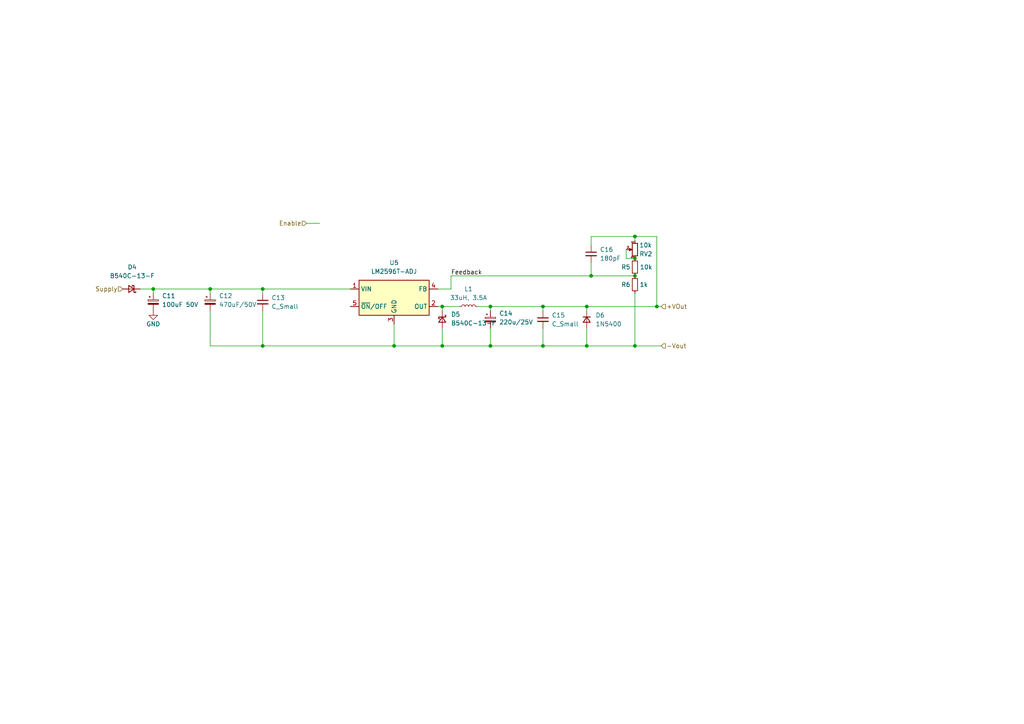
<source format=kicad_sch>
(kicad_sch (version 20230121) (generator eeschema)
  (paper "A4")
  (lib_symbols
    (symbol "Device:C_Polarized_Small" (pin_numbers hide) (pin_names (offset 0.254) hide)
      (property "Reference" "C" (at 0.254 1.778 0))
      (property "Value" "C_Polarized_Small" (at 0.254 -2.032 0))
      (symbol "C_Polarized_Small_0_1"
        (rectangle (start -1.524 -0.3048) (end 1.524 -0.6858) (fill (type outline)))
        (rectangle (start -1.524 0.6858) (end 1.524 0.3048))
        (polyline (pts (xy -1.27 1.524) (xy -0.762 1.524)))
        (polyline (pts (xy -1.016 1.27) (xy -1.016 1.778)))
      )
      (symbol "C_Polarized_Small_1_1"
        (pin passive line (at 0 2.54 270) (length 1.8542) (name "~") (number "1"))
        (pin passive line (at 0 -2.54 90) (length 1.8542) (name "~") (number "2"))
      )
    )
    (symbol "Device:C_Small" (pin_numbers hide) (pin_names (offset 0.254) hide)
      (property "Reference" "C" (at 0.254 1.778 0))
      (property "Value" "C_Small" (at 0.254 -2.032 0))
      (symbol "C_Small_0_1"
        (polyline (pts (xy -1.524 -0.508) (xy 1.524 -0.508)) (stroke (width 0.3302)))
        (polyline (pts (xy -1.524 0.508) (xy 1.524 0.508)) (stroke (width 0.3048)))
      )
      (symbol "C_Small_1_1"
        (pin passive line (at 0 2.54 270) (length 2.032) (name "~") (number "1"))
        (pin passive line (at 0 -2.54 90) (length 2.032) (name "~") (number "2"))
      )
    )
    (symbol "Device:D_Schottky_Small" (pin_numbers hide) (pin_names (offset 0.254) hide)
      (property "Reference" "D" (at -1.27 2.032 0))
      (property "Value" "D_Schottky_Small" (at -7.112 -2.032 0))
      (symbol "D_Schottky_Small_0_1"
        (polyline (pts (xy -0.762 0) (xy 0.762 0)))
        (polyline (pts (xy 0.762 -1.016) (xy -0.762 0) (xy 0.762 1.016) (xy 0.762 -1.016)) (stroke (width 0.254)))
        (polyline (pts (xy -1.27 0.762) (xy -1.27 1.016) (xy -0.762 1.016) (xy -0.762 -1.016) (xy -0.254 -1.016) (xy -0.254 -0.762)) (stroke (width 0.254)))
      )
      (symbol "D_Schottky_Small_1_1"
        (pin passive line (at -2.54 0 0) (length 1.778) (name "K") (number "1"))
        (pin passive line (at 2.54 0 180) (length 1.778) (name "A") (number "2"))
      )
    )
    (symbol "Device:D_Small" (pin_numbers hide) (pin_names (offset 0.254) hide)
      (property "Reference" "D" (at -1.27 2.032 0))
      (property "Value" "D_Small" (at -3.81 -2.032 0))
      (symbol "D_Small_0_1"
        (polyline (pts (xy -0.762 -1.016) (xy -0.762 1.016)) (stroke (width 0.254)))
        (polyline (pts (xy -0.762 0) (xy 0.762 0)))
        (polyline (pts (xy 0.762 -1.016) (xy -0.762 0) (xy 0.762 1.016) (xy 0.762 -1.016)) (stroke (width 0.254)))
      )
      (symbol "D_Small_1_1"
        (pin passive line (at -2.54 0 0) (length 1.778) (name "K") (number "1"))
        (pin passive line (at 2.54 0 180) (length 1.778) (name "A") (number "2"))
      )
    )
    (symbol "Device:L_Small" (pin_numbers hide) (pin_names (offset 0.254) hide)
      (property "Reference" "L" (at 0.762 1.016 0))
      (property "Value" "L_Small" (at 0.762 -1.016 0))
      (symbol "L_Small_0_1"
        (arc (start 0 -2.032) (mid 0.5058 -1.524) (end 0 -1.016))
        (arc (start 0 -1.016) (mid 0.5058 -0.508) (end 0 0))
        (arc (start 0 0) (mid 0.5058 0.508) (end 0 1.016))
        (arc (start 0 1.016) (mid 0.5058 1.524) (end 0 2.032))
      )
      (symbol "L_Small_1_1"
        (pin passive line (at 0 2.54 270) (length 0.508) (name "~") (number "1"))
        (pin passive line (at 0 -2.54 90) (length 0.508) (name "~") (number "2"))
      )
    )
    (symbol "Device:R_Potentiometer_Small" (pin_names (offset 1.016) hide)
      (property "Reference" "RV" (at -4.445 0 90))
      (property "Value" "R_Potentiometer_Small" (at -2.54 0 90))
      (symbol "R_Potentiometer_Small_0_1"
        (polyline (pts (xy 0.889 0) (xy 0.635 0) (xy 1.651 0.381) (xy 1.651 -0.381) (xy 0.635 0) (xy 0.889 0)) (fill (type outline)))
        (rectangle (start 0.762 1.8034) (end -0.762 -1.8034) (stroke (width 0.254)))
      )
      (symbol "R_Potentiometer_Small_1_1"
        (pin passive line (at 0 2.54 270) (length 0.635) (name "1") (number "1"))
        (pin passive line (at 2.54 0 180) (length 0.9906) (name "2") (number "2"))
        (pin passive line (at 0 -2.54 90) (length 0.635) (name "3") (number "3"))
      )
    )
    (symbol "Device:R_Small" (pin_numbers hide) (pin_names (offset 0.254) hide)
      (property "Reference" "R" (at 0.762 0.508 0))
      (property "Value" "R_Small" (at 0.762 -1.016 0))
      (symbol "R_Small_0_1"
        (rectangle (start -0.762 1.778) (end 0.762 -1.778) (stroke (width 0.2032)))
      )
      (symbol "R_Small_1_1"
        (pin passive line (at 0 2.54 270) (length 0.762) (name "~") (number "1"))
        (pin passive line (at 0 -2.54 90) (length 0.762) (name "~") (number "2"))
      )
    )
    (symbol "Regulator_Switching:LM2596T-ADJ"
      (property "Reference" "U" (at -10.16 6.35 0))
      (property "Value" "LM2596T-ADJ" (at 0 6.35 0))
      (symbol "LM2596T-ADJ_0_1"
        (rectangle (start -10.16 5.08) (end 10.16 -5.08) (stroke (width 0.254)) (fill (type background)))
      )
      (symbol "LM2596T-ADJ_1_1"
        (pin power_in line (at -12.7 2.54 0) (length 2.54) (name "VIN") (number "1"))
        (pin output line (at 12.7 -2.54 180) (length 2.54) (name "OUT") (number "2"))
        (pin power_in line (at 0 -7.62 90) (length 2.54) (name "GND") (number "3"))
        (pin input line (at 12.7 2.54 180) (length 2.54) (name "FB") (number "4"))
        (pin input line (at -12.7 -2.54 0) (length 2.54) (name "~{ON}/OFF") (number "5"))
      )
    )
    (symbol "power:GND" (power) (pin_names (offset 0))
      (property "Value" "GND" (at 0 -3.81 0))
      (symbol "GND_0_1"
        (polyline (pts (xy 0 0) (xy 0 -1.27) (xy 1.27 -1.27) (xy 0 -2.54) (xy -1.27 -1.27) (xy 0 -1.27)))
      )
      (symbol "GND_1_1"
        (pin power_in line (at 0 0 270) (length 0) hide (name "GND") (number "1"))
      )
    )
  )
  (junction (at 128.27 88.9))
  (junction (at 184.15 80.01))
  (junction (at 157.48 100.33))
  (junction (at 76.2 100.33))
  (junction (at 184.15 100.33))
  (junction (at 171.45 80.01))
  (junction (at 157.48 88.9))
  (junction (at 184.15 68.58))
  (junction (at 170.18 88.9))
  (junction (at 142.24 100.33))
  (junction (at 76.2 83.82))
  (junction (at 190.5 88.9))
  (junction (at 184.15 74.93))
  (junction (at 44.45 83.82))
  (junction (at 128.27 100.33))
  (junction (at 114.3 100.33))
  (junction (at 60.96 83.82))
  (junction (at 142.24 88.9))
  (junction (at 170.18 100.33))
  (wire (pts (xy 128.27 100.33) (xy 142.24 100.33)))
  (wire (pts (xy 60.96 100.33) (xy 76.2 100.33)))
  (wire (pts (xy 171.45 68.58) (xy 184.15 68.58)))
  (wire (pts (xy 157.48 95.25) (xy 157.48 100.33)))
  (wire (pts (xy 170.18 100.33) (xy 184.15 100.33)))
  (wire (pts (xy 142.24 100.33) (xy 142.24 95.25)))
  (wire (pts (xy 127 88.9) (xy 128.27 88.9)))
  (wire (pts (xy 157.48 100.33) (xy 170.18 100.33)))
  (wire (pts (xy 76.2 83.82) (xy 101.6 83.82)))
  (wire (pts (xy 184.15 100.33) (xy 191.77 100.33)))
  (wire (pts (xy 170.18 88.9) (xy 190.5 88.9)))
  (wire (pts (xy 190.5 88.9) (xy 191.77 88.9)))
  (wire (pts (xy 60.96 90.17) (xy 60.96 100.33)))
  (wire (pts (xy 114.3 100.33) (xy 114.3 93.98)))
  (wire (pts (xy 142.24 88.9) (xy 142.24 90.17)))
  (wire (pts (xy 76.2 83.82) (xy 76.2 85.09)))
  (wire (pts (xy 157.48 88.9) (xy 170.18 88.9)))
  (wire (pts (xy 88.9 64.77) (xy 92.71 64.77)))
  (wire (pts (xy 130.81 83.82) (xy 127 83.82)))
  (wire (pts (xy 76.2 90.17) (xy 76.2 100.33)))
  (wire (pts (xy 44.45 83.82) (xy 44.45 85.09)))
  (wire (pts (xy 76.2 100.33) (xy 114.3 100.33)))
  (wire (pts (xy 114.3 100.33) (xy 128.27 100.33)))
  (wire (pts (xy 60.96 83.82) (xy 60.96 85.09)))
  (wire (pts (xy 40.64 83.82) (xy 44.45 83.82)))
  (wire (pts (xy 184.15 80.01) (xy 171.45 80.01)))
  (wire (pts (xy 142.24 88.9) (xy 157.48 88.9)))
  (wire (pts (xy 142.24 100.33) (xy 157.48 100.33)))
  (wire (pts (xy 184.15 69.85) (xy 184.15 68.58)))
  (wire (pts (xy 171.45 80.01) (xy 130.81 80.01)))
  (wire (pts (xy 130.81 80.01) (xy 130.81 83.82)))
  (wire (pts (xy 60.96 83.82) (xy 76.2 83.82)))
  (wire (pts (xy 128.27 88.9) (xy 133.35 88.9)))
  (wire (pts (xy 170.18 95.25) (xy 170.18 100.33)))
  (wire (pts (xy 138.43 88.9) (xy 142.24 88.9)))
  (wire (pts (xy 184.15 74.93) (xy 181.61 74.93)))
  (wire (pts (xy 171.45 76.2) (xy 171.45 80.01)))
  (wire (pts (xy 171.45 71.12) (xy 171.45 68.58)))
  (wire (pts (xy 128.27 100.33) (xy 128.27 95.25)))
  (wire (pts (xy 128.27 88.9) (xy 128.27 90.17)))
  (wire (pts (xy 181.61 74.93) (xy 181.61 72.39)))
  (wire (pts (xy 190.5 68.58) (xy 190.5 88.9)))
  (wire (pts (xy 170.18 88.9) (xy 170.18 90.17)))
  (wire (pts (xy 44.45 83.82) (xy 60.96 83.82)))
  (wire (pts (xy 184.15 68.58) (xy 190.5 68.58)))
  (wire (pts (xy 157.48 88.9) (xy 157.48 90.17)))
  (wire (pts (xy 184.15 85.09) (xy 184.15 100.33)))
  (label "Feedback" (at 130.81 80.01 0))
  (hierarchical_label "+VOut" (shape input) (at 191.77 88.9 0))
  (hierarchical_label "Enable" (shape input) (at 88.9 64.77 180))
  (hierarchical_label "Supply" (shape input) (at 35.56 83.82 180))
  (hierarchical_label "-Vout" (shape input) (at 191.77 100.33 0))
  (symbol (lib_id "Device:C_Polarized_Small") (at 142.24 92.71 0) (unit 1)
    (property "Reference" "C14" (at 144.78 90.8938 0) (effects (justify left)))
    (property "Value" "220u/25V" (at 144.78 93.4338 0) (effects (justify left)))
    (property "Footprint" "Capacitor_THT:CP_Radial_D6.3mm_P2.50mm" (effects hide))
    (property "P/N" "860010473011" (effects hide))
  )
  (symbol (lib_id "Regulator_Switching:LM2596T-ADJ") (at 114.3 86.36 0) (unit 1)
    (property "Reference" "U5" (at 114.3 76.2 0))
    (property "Value" "LM2596T-ADJ" (at 114.3 78.74 0))
    (property "Footprint" "Package_TO_SOT_THT:TO-220-5_P3.4x3.7mm_StaggerOdd_Lead3.8mm_Vertical" (effects hide))
    (property "Datasheet" "http://www.ti.com/lit/ds/symlink/lm2596.pdf" (effects hide))
  )
  (symbol (lib_id "Device:R_Small") (at 184.15 82.55 180) (unit 1)
    (property "Reference" "R6" (at 182.88 82.55 0) (effects (justify left)))
    (property "Value" "1k" (at 187.96 82.55 0) (effects (justify left)))
    (property "Footprint" "Resistor_SMD:R_0805_2012Metric_Pad1.20x1.40mm_HandSolder" (effects hide))
  )
  (symbol (lib_id "Device:C_Polarized_Small") (at 60.96 87.63 0) (unit 1)
    (property "Reference" "C12" (at 63.5 85.8138 0) (effects (justify left)))
    (property "Value" "470uF/50V" (at 63.5 88.3538 0) (effects (justify left)))
    (property "Footprint" "Capacitor_THT:CP_Radial_D12.5mm_P5.00mm" (effects hide))
    (property "P/N" "UBT1H471MHD1TO" (effects hide))
  )
  (symbol (lib_id "Device:D_Schottky_Small") (at 38.1 83.82 180) (unit 1)
    (property "Reference" "D4" (at 38.354 77.47 0))
    (property "Value" "B540C-13-F" (at 38.354 80.01 0))
    (property "Footprint" "Diode_SMD:D_SMC" (effects hide))
  )
  (symbol (lib_id "Device:R_Small") (at 184.15 77.47 180) (unit 1)
    (property "Reference" "R5" (at 182.88 77.47 0) (effects (justify left)))
    (property "Value" "10k" (at 189.23 77.47 0) (effects (justify left)))
    (property "Footprint" "Resistor_SMD:R_0805_2012Metric_Pad1.20x1.40mm_HandSolder" (effects hide))
  )
  (symbol (lib_id "Device:C_Small") (at 171.45 73.66 0) (unit 1)
    (property "Reference" "C16" (at 173.99 72.3962 0) (effects (justify left)))
    (property "Value" "180pF" (at 173.99 74.9362 0) (effects (justify left)))
    (property "Footprint" "Capacitor_SMD:C_0805_2012Metric_Pad1.18x1.45mm_HandSolder" (effects hide))
  )
  (symbol (lib_id "Device:L_Small") (at 135.89 88.9 90) (unit 1)
    (property "Reference" "L1" (at 135.89 83.82 90))
    (property "Value" "33uH, 3.5A" (at 135.89 86.36 90))
    (property "Footprint" "Inductor_SMD:L_Bourns_SRR1260" (effects hide))
    (property "P/N" "SRR1280A-330M" (effects hide))
  )
  (symbol (lib_id "Device:C_Small") (at 157.48 92.71 0) (unit 1)
    (property "Reference" "C15" (at 160.02 91.4462 0) (effects (justify left)))
    (property "Value" "C_Small" (at 160.02 93.9862 0) (effects (justify left)))
    (property "Footprint" "Capacitor_SMD:C_0805_2012Metric_Pad1.18x1.45mm_HandSolder" (effects hide))
  )
  (symbol (lib_id "Device:C_Small") (at 76.2 87.63 0) (unit 1)
    (property "Reference" "C13" (at 78.74 86.3662 0) (effects (justify left)))
    (property "Value" "C_Small" (at 78.74 88.9062 0) (effects (justify left)))
    (property "Footprint" "Capacitor_SMD:C_0805_2012Metric_Pad1.18x1.45mm_HandSolder" (effects hide))
  )
  (symbol (lib_id "Device:D_Schottky_Small") (at 128.27 92.71 270) (unit 1)
    (property "Reference" "D5" (at 130.81 91.1859 90) (effects (justify left)))
    (property "Value" "B540C-13-F" (at 130.81 93.7259 90) (effects (justify left)))
    (property "Footprint" "Diode_SMD:D_SMC" (effects hide))
  )
  (symbol (lib_id "Device:R_Potentiometer_Small") (at 184.15 72.39 0) (mirror y) (unit 1)
    (property "Reference" "RV2" (at 185.42 73.66 0) (effects (justify right)))
    (property "Value" "10k" (at 185.42 71.12 0) (effects (justify right)))
    (property "Footprint" "Potentiometer_SMD:Potentiometer_Vishay_TS53YJ_Vertical" (effects hide))
    (property "P/N" "TS53YJ103MR10" (effects hide))
  )
  (symbol (lib_id "power:GND") (at 44.45 90.17 0) (unit 1)
    (property "Reference" "#PWR028" (effects hide))
    (property "Value" "GND" (at 44.45 93.98 0))
  )
  (symbol (lib_id "Device:C_Polarized_Small") (at 44.45 87.63 0) (unit 1)
    (property "Reference" "C11" (at 46.99 85.8138 0) (effects (justify left)))
    (property "Value" "100uF 50V" (at 46.99 88.3538 0) (effects (justify left)))
    (property "Footprint" "Capacitor_THT:CP_Radial_D8.0mm_P3.50mm" (effects hide))
    (property "P/N" "860010674014" (effects hide))
  )
  (symbol (lib_id "Device:D_Small") (at 170.18 92.71 270) (unit 1)
    (property "Reference" "D6" (at 172.72 91.4399 90) (effects (justify left)))
    (property "Value" "1N5400" (at 172.72 93.9799 90) (effects (justify left)))
    (property "Footprint" "Diode_SMD:D_SMC" (effects hide))
  )
)
</source>
